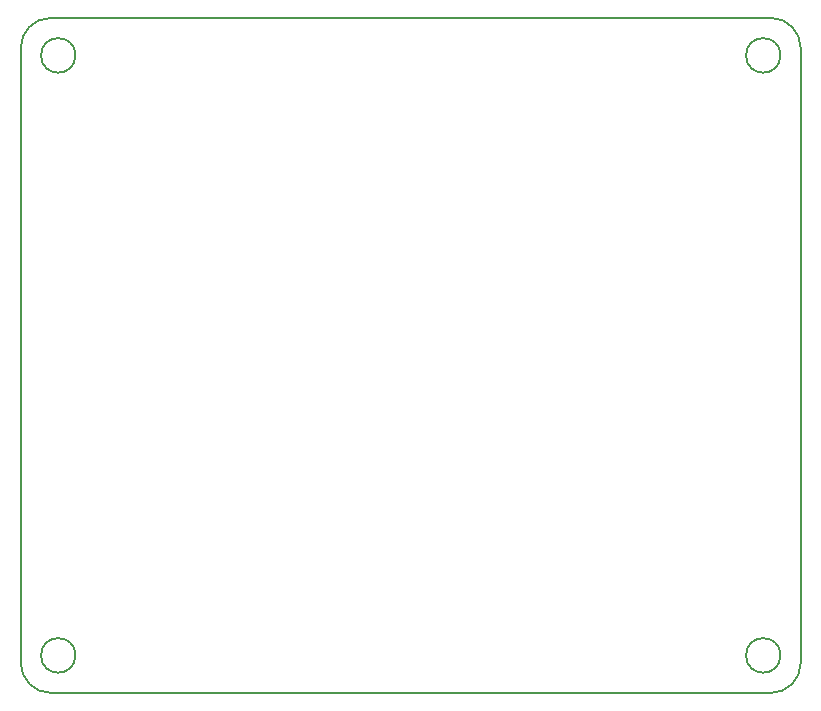
<source format=gm1>
G04 #@! TF.GenerationSoftware,KiCad,Pcbnew,(5.1.5)-3*
G04 #@! TF.CreationDate,2021-04-09T09:54:44-05:00*
G04 #@! TF.ProjectId,turner_pcb,7475726e-6572-45f7-9063-622e6b696361,rev?*
G04 #@! TF.SameCoordinates,Original*
G04 #@! TF.FileFunction,Profile,NP*
%FSLAX46Y46*%
G04 Gerber Fmt 4.6, Leading zero omitted, Abs format (unit mm)*
G04 Created by KiCad (PCBNEW (5.1.5)-3) date 2021-04-09 09:54:44*
%MOMM*%
%LPD*%
G04 APERTURE LIST*
%ADD10C,0.200000*%
G04 APERTURE END LIST*
D10*
X49618899Y-25095200D02*
G75*
G03X49618899Y-25095200I-1460500J0D01*
G01*
X47523400Y-79070199D02*
X108483398Y-79070198D01*
X111023399Y-76530199D02*
G75*
G02X108483398Y-79070198I-2540000J1D01*
G01*
X109308898Y-25095199D02*
G75*
G03X109308898Y-25095199I-1460500J0D01*
G01*
X111023398Y-76530198D02*
X111023398Y-24460200D01*
X108483398Y-21920200D02*
G75*
G02X111023398Y-24460200I0J-2540000D01*
G01*
X49618899Y-75895198D02*
G75*
G03X49618899Y-75895198I-1460500J0D01*
G01*
X109308899Y-75895198D02*
G75*
G03X109308899Y-75895198I-1460500J0D01*
G01*
X47523399Y-79070199D02*
G75*
G02X44983400Y-76530198I1J2540000D01*
G01*
X44983400Y-24460200D02*
X44983400Y-76530198D01*
X108483398Y-21920200D02*
X47523400Y-21920200D01*
X44983400Y-24460200D02*
G75*
G02X47523400Y-21920200I2540000J0D01*
G01*
M02*

</source>
